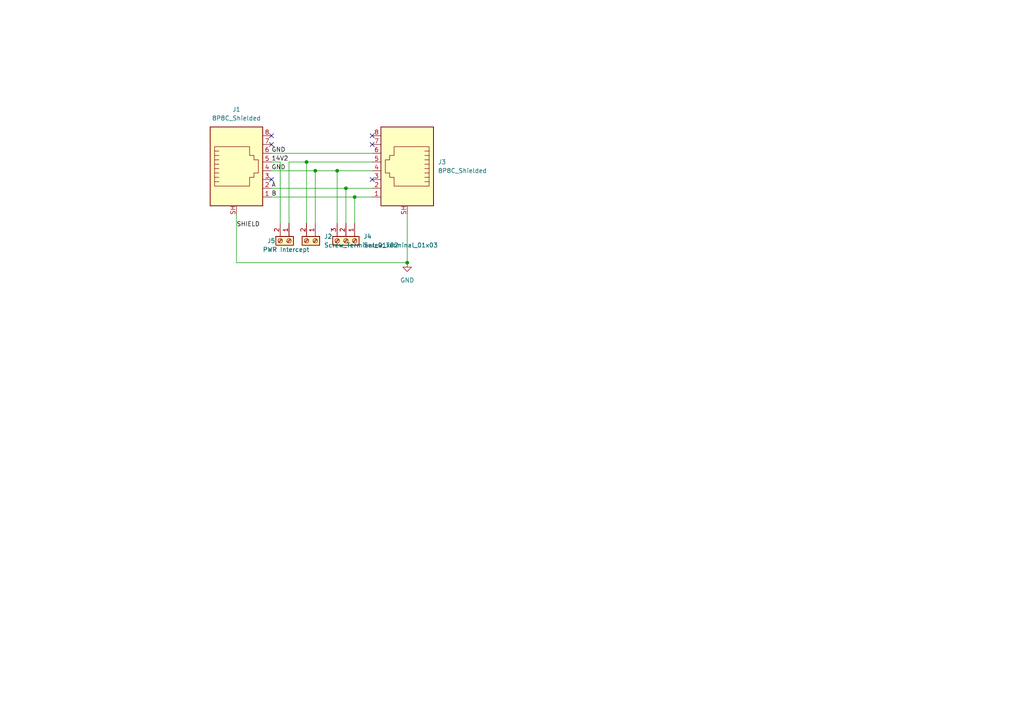
<source format=kicad_sch>
(kicad_sch (version 20211123) (generator eeschema)
  (paper "A4")
  (lib_symbols
    (symbol "Connector:8P8C_Shielded" (pin_names (offset 1.016))
      (property "Reference" "J" (at -5.08 13.97 0))
      (property "Value" "8P8C_Shielded" (at 2.54 13.97 0))
      (symbol "8P8C_Shielded_0_1"
        (polyline (pts (xy -5.08 4.445) (xy -6.35 4.445)))
        (polyline (pts (xy -5.08 5.715) (xy -6.35 5.715)))
        (polyline (pts (xy -6.35 -3.175) (xy -5.08 -3.175) (xy -5.08 -3.175)))
        (polyline (pts (xy -6.35 -1.905) (xy -5.08 -1.905) (xy -5.08 -1.905)))
        (polyline (pts (xy -6.35 -0.635) (xy -5.08 -0.635) (xy -5.08 -0.635)))
        (polyline (pts (xy -6.35 0.635) (xy -5.08 0.635) (xy -5.08 0.635)))
        (polyline (pts (xy -6.35 1.905) (xy -5.08 1.905) (xy -5.08 1.905)))
        (polyline (pts (xy -5.08 3.175) (xy -6.35 3.175) (xy -6.35 3.175)))
        (polyline (pts (xy -6.35 -4.445) (xy -6.35 6.985) (xy 3.81 6.985) (xy 3.81 4.445) (xy 5.08 4.445) (xy 5.08 3.175) (xy 6.35 3.175) (xy 6.35 -0.635) (xy 5.08 -0.635) (xy 5.08 -1.905) (xy 3.81 -1.905) (xy 3.81 -4.445) (xy -6.35 -4.445) (xy -6.35 -4.445)))
        (rectangle (start 7.62 12.7) (end -7.62 -10.16) (stroke (width 0.254)) (fill (type background)))
      )
      (symbol "8P8C_Shielded_1_1"
        (pin passive line (at 10.16 -7.62 180) (length 2.54) (name "~") (number "1"))
        (pin passive line (at 10.16 -5.08 180) (length 2.54) (name "~") (number "2"))
        (pin passive line (at 10.16 -2.54 180) (length 2.54) (name "~") (number "3"))
        (pin passive line (at 10.16 0 180) (length 2.54) (name "~") (number "4"))
        (pin passive line (at 10.16 2.54 180) (length 2.54) (name "~") (number "5"))
        (pin passive line (at 10.16 5.08 180) (length 2.54) (name "~") (number "6"))
        (pin passive line (at 10.16 7.62 180) (length 2.54) (name "~") (number "7"))
        (pin passive line (at 10.16 10.16 180) (length 2.54) (name "~") (number "8"))
        (pin passive line (at 0 -12.7 90) (length 2.54) (name "~") (number "SH"))
      )
    )
    (symbol "Connector:Screw_Terminal_01x02" (pin_names (offset 1.016) hide)
      (property "Reference" "J" (at 0 2.54 0))
      (property "Value" "Screw_Terminal_01x02" (at 0 -5.08 0))
      (symbol "Screw_Terminal_01x02_1_1"
        (rectangle (start -1.27 1.27) (end 1.27 -3.81) (stroke (width 0.254)) (fill (type background)))
        (circle (center 0 -2.54) (radius 0.635) (stroke (width 0.1524)))
        (polyline (pts (xy -0.5334 -2.2098) (xy 0.3302 -3.048)) (stroke (width 0.1524)))
        (polyline (pts (xy -0.5334 0.3302) (xy 0.3302 -0.508)) (stroke (width 0.1524)))
        (polyline (pts (xy -0.3556 -2.032) (xy 0.508 -2.8702)) (stroke (width 0.1524)))
        (polyline (pts (xy -0.3556 0.508) (xy 0.508 -0.3302)) (stroke (width 0.1524)))
        (circle (center 0 0) (radius 0.635) (stroke (width 0.1524)))
        (pin passive line (at -5.08 0 0) (length 3.81) (name "Pin_1") (number "1"))
        (pin passive line (at -5.08 -2.54 0) (length 3.81) (name "Pin_2") (number "2"))
      )
    )
    (symbol "Connector:Screw_Terminal_01x03" (pin_names (offset 1.016) hide)
      (property "Reference" "J" (at 0 5.08 0))
      (property "Value" "Screw_Terminal_01x03" (at 0 -5.08 0))
      (symbol "Screw_Terminal_01x03_1_1"
        (rectangle (start -1.27 3.81) (end 1.27 -3.81) (stroke (width 0.254)) (fill (type background)))
        (circle (center 0 -2.54) (radius 0.635) (stroke (width 0.1524)))
        (polyline (pts (xy -0.5334 -2.2098) (xy 0.3302 -3.048)) (stroke (width 0.1524)))
        (polyline (pts (xy -0.5334 0.3302) (xy 0.3302 -0.508)) (stroke (width 0.1524)))
        (polyline (pts (xy -0.5334 2.8702) (xy 0.3302 2.032)) (stroke (width 0.1524)))
        (polyline (pts (xy -0.3556 -2.032) (xy 0.508 -2.8702)) (stroke (width 0.1524)))
        (polyline (pts (xy -0.3556 0.508) (xy 0.508 -0.3302)) (stroke (width 0.1524)))
        (polyline (pts (xy -0.3556 3.048) (xy 0.508 2.2098)) (stroke (width 0.1524)))
        (circle (center 0 0) (radius 0.635) (stroke (width 0.1524)))
        (circle (center 0 2.54) (radius 0.635) (stroke (width 0.1524)))
        (pin passive line (at -5.08 2.54 0) (length 3.81) (name "Pin_1") (number "1"))
        (pin passive line (at -5.08 0 0) (length 3.81) (name "Pin_2") (number "2"))
        (pin passive line (at -5.08 -2.54 0) (length 3.81) (name "Pin_3") (number "3"))
      )
    )
    (symbol "power:GND" (power) (pin_names (offset 0))
      (property "Value" "GND" (at 0 -3.81 0))
      (symbol "GND_0_1"
        (polyline (pts (xy 0 0) (xy 0 -1.27) (xy 1.27 -1.27) (xy 0 -2.54) (xy -1.27 -1.27) (xy 0 -1.27)))
      )
      (symbol "GND_1_1"
        (pin power_in line (at 0 0 270) (length 0) hide (name "GND") (number "1"))
      )
    )
  )
  (junction (at 118.11 76.2))
  (junction (at 91.44 49.53))
  (junction (at 88.9 46.99))
  (junction (at 100.33 54.61))
  (junction (at 97.79 49.53))
  (junction (at 102.87 57.15))
  (no_connect (at 78.74 52.07))
  (no_connect (at 107.95 39.37))
  (no_connect (at 107.95 41.91))
  (no_connect (at 107.95 52.07))
  (no_connect (at 78.74 39.37))
  (no_connect (at 78.74 41.91))
  (wire (pts (xy 78.74 46.99) (xy 81.28 46.99)))
  (wire (pts (xy 83.82 46.99) (xy 88.9 46.99)))
  (wire (pts (xy 78.74 54.61) (xy 100.33 54.61)))
  (wire (pts (xy 97.79 64.77) (xy 97.79 49.53)))
  (wire (pts (xy 88.9 46.99) (xy 107.95 46.99)))
  (wire (pts (xy 81.28 46.99) (xy 81.28 64.77)))
  (wire (pts (xy 100.33 54.61) (xy 107.95 54.61)))
  (wire (pts (xy 91.44 49.53) (xy 91.44 64.77)))
  (wire (pts (xy 88.9 46.99) (xy 88.9 64.77)))
  (wire (pts (xy 97.79 49.53) (xy 107.95 49.53)))
  (wire (pts (xy 102.87 57.15) (xy 107.95 57.15)))
  (wire (pts (xy 118.11 62.23) (xy 118.11 76.2)))
  (wire (pts (xy 78.74 49.53) (xy 91.44 49.53)))
  (wire (pts (xy 83.82 64.77) (xy 83.82 46.99)))
  (wire (pts (xy 100.33 54.61) (xy 100.33 64.77)))
  (wire (pts (xy 102.87 57.15) (xy 102.87 64.77)))
  (wire (pts (xy 91.44 49.53) (xy 97.79 49.53)))
  (wire (pts (xy 68.58 62.23) (xy 68.58 76.2)))
  (wire (pts (xy 78.74 44.45) (xy 107.95 44.45)))
  (wire (pts (xy 78.74 57.15) (xy 102.87 57.15)))
  (wire (pts (xy 68.58 76.2) (xy 118.11 76.2)))
  (label "SHIELD" (at 68.58 66.04 0))
  (label "GND" (at 78.74 44.45 0))
  (label "A" (at 78.74 54.61 0))
  (label "14V2" (at 78.74 46.99 0))
  (label "B" (at 78.74 57.15 0))
  (label "GND" (at 78.74 49.53 0))
  (symbol (lib_id "Connector:Screw_Terminal_01x02") (at 91.44 69.85 270) (unit 1)
    (property "Reference" "J2" (at 93.98 68.5799 90) (effects (justify left)))
    (property "Value" "Screw_Terminal_01x02" (at 93.98 71.1199 90) (effects (justify left)))
    (property "Footprint" "TerminalBlock_Phoenix:TerminalBlock_Phoenix_MKDS-1,5-2-5.08_1x02_P5.08mm_Horizontal" (effects hide))
  )
  (symbol (lib_id "Connector:Screw_Terminal_01x03") (at 100.33 69.85 270) (unit 1)
    (property "Reference" "J4" (at 105.41 68.5799 90) (effects (justify left)))
    (property "Value" "Screw_Terminal_01x03" (at 105.41 71.1199 90) (effects (justify left)))
    (property "Footprint" "TerminalBlock_Phoenix:TerminalBlock_Phoenix_MKDS-1,5-3-5.08_1x03_P5.08mm_Horizontal" (effects hide))
  )
  (symbol (lib_id "Connector:Screw_Terminal_01x02") (at 83.82 69.85 270) (unit 1)
    (property "Reference" "J5" (at 77.47 69.85 90) (effects (justify left)))
    (property "Value" "PWR Intercept" (at 76.2 72.39 90) (effects (justify left)))
    (property "Footprint" "TerminalBlock_Phoenix:TerminalBlock_Phoenix_MKDS-1,5-2-5.08_1x02_P5.08mm_Horizontal" (effects hide))
  )
  (symbol (lib_id "Connector:8P8C_Shielded") (at 68.58 49.53 0) (unit 1)
    (property "Reference" "J1" (at 68.58 31.75 0))
    (property "Value" "8P8C_Shielded" (at 68.58 34.29 0))
    (property "Footprint" "Connector_RJ:RJ45_Wuerth_615008142621_Horizontal" (effects hide))
  )
  (symbol (lib_id "Connector:8P8C_Shielded") (at 118.11 49.53 0) (mirror y) (unit 1)
    (property "Reference" "J3" (at 127 46.9899 0) (effects (justify right)))
    (property "Value" "8P8C_Shielded" (at 127 49.5299 0) (effects (justify right)))
    (property "Footprint" "Connector_RJ:RJ45_Wuerth_615008142621_Horizontal" (effects hide))
  )
  (symbol (lib_id "power:GND") (at 118.11 76.2 0) (unit 1)
    (property "Reference" "#PWR0101" (effects hide))
    (property "Value" "GND" (at 118.11 81.28 0))
  )
)
</source>
